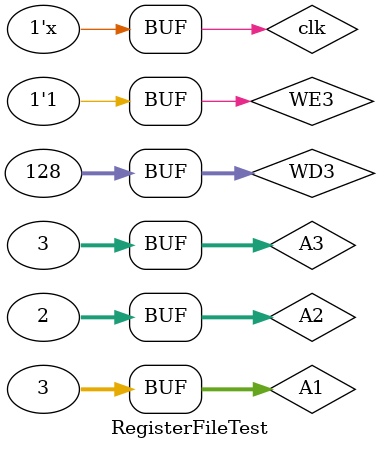
<source format=v>
`timescale 1ns / 1ps

module RegisterFileTest();
        
    wire[31:0] RD1, RD2;
    reg[31:0] A1, A2, A3, WD3;
    reg clk = 0, WE3; 

    RegisterFile dut(RD1, RD2,A1, A2, A3, WD3, clk, WE3);
    
    always begin
        #10
        clk = ~clk;
    end
    
    initial begin
        A1 = 5'd1;
        A2 = 5'd2;
        A3 = 5'd3;
        WD3 = 32'd128;
        WE3 = 1'b0;
        
        #100
        WE3 = 1'b1;
        
        #100
        A1 = 5'd3;
        
    end
endmodule

</source>
